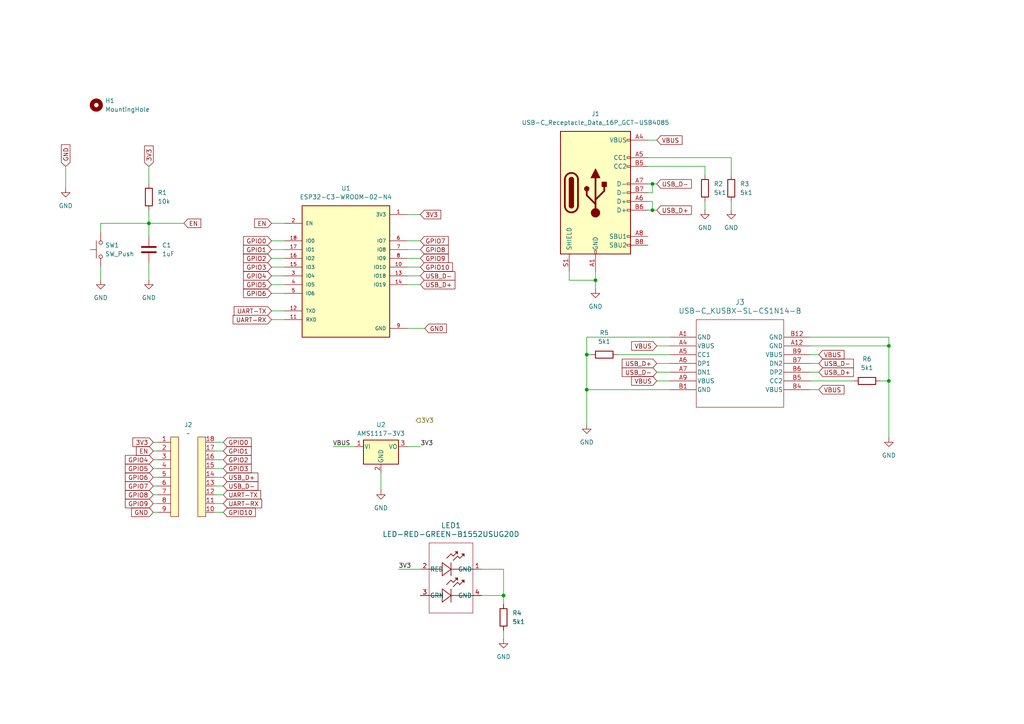
<source format=kicad_sch>
(kicad_sch (version 20231120) (generator "eeschema") (generator_version "8.0")
  (paper "A4")
  (lib_symbols
    (symbol "Alexander Symbol Library:ESP32-C3-WROOM-02-N4" (pin_names (offset 1.016))
      (property "Reference" "U" (at -12.7 21.082 0))
      (property "Value" "ESP32-C3-WROOM-02-N4" (at -13.208 -19.05 0))
      (symbol "ESP32-C3-WROOM-02-N4_0_0"
        (rectangle (start -12.7 20.32) (end 12.7 -17.78) (stroke (width 0.254)) (fill (type background)))
        (pin power_in line (at 17.78 17.78 180) (length 5.08) (name "3V3") (number "1"))
        (pin bidirectional line (at 17.78 2.54 180) (length 5.08) (name "IO10") (number "10"))
        (pin bidirectional line (at -17.78 -12.7 0) (length 5.08) (name "RXD") (number "11"))
        (pin bidirectional line (at -17.78 -10.16 0) (length 5.08) (name "TXD") (number "12"))
        (pin bidirectional line (at 17.78 0 180) (length 5.08) (name "IO18") (number "13"))
        (pin bidirectional line (at 17.78 -2.54 180) (length 5.08) (name "IO19") (number "14"))
        (pin bidirectional line (at -17.78 2.54 0) (length 5.08) (name "IO3") (number "15"))
        (pin bidirectional line (at -17.78 5.08 0) (length 5.08) (name "IO2") (number "16"))
        (pin bidirectional line (at -17.78 7.62 0) (length 5.08) (name "IO1") (number "17"))
        (pin bidirectional line (at -17.78 10.16 0) (length 5.08) (name "IO0") (number "18"))
        (pin power_in line (at 17.78 -15.24 180) (length 5.08) hide (name "GND__1") (number "19"))
        (pin input line (at -17.78 15.24 0) (length 5.08) (name "EN") (number "2"))
        (pin power_in line (at 17.78 -15.24 180) (length 5.08) hide (name "GND__2") (number "20"))
        (pin power_in line (at 17.78 -15.24 180) (length 5.08) hide (name "GND__3") (number "21"))
        (pin power_in line (at 17.78 -15.24 180) (length 5.08) hide (name "GND__4") (number "22"))
        (pin power_in line (at 17.78 -15.24 180) (length 5.08) hide (name "GND__5") (number "23"))
        (pin power_in line (at 17.78 -15.24 180) (length 5.08) hide (name "GND__6") (number "24"))
        (pin power_in line (at 17.78 -15.24 180) (length 5.08) hide (name "GND__7") (number "25"))
        (pin power_in line (at 17.78 -15.24 180) (length 5.08) hide (name "GND__8") (number "26"))
        (pin power_in line (at 17.78 -15.24 180) (length 5.08) hide (name "GND__9") (number "27"))
        (pin power_in line (at 17.78 -15.24 180) (length 5.08) hide (name "GND__10") (number "28"))
        (pin power_in line (at 17.78 -15.24 180) (length 5.08) hide (name "GND__11") (number "29"))
        (pin bidirectional line (at -17.78 0 0) (length 5.08) (name "IO4") (number "3"))
        (pin power_in line (at 17.78 -15.24 180) (length 5.08) hide (name "GND__12") (number "30"))
        (pin power_in line (at 17.78 -15.24 180) (length 5.08) hide (name "GND__13") (number "31"))
        (pin power_in line (at 17.78 -15.24 180) (length 5.08) hide (name "GND__14") (number "32"))
        (pin power_in line (at 17.78 -15.24 180) (length 5.08) hide (name "GND__15") (number "33"))
        (pin power_in line (at 17.78 -15.24 180) (length 5.08) hide (name "GND__16") (number "34"))
        (pin power_in line (at 17.78 -15.24 180) (length 5.08) hide (name "GND__17") (number "35"))
        (pin power_in line (at 17.78 -15.24 180) (length 5.08) hide (name "GND__18") (number "36"))
        (pin power_in line (at 17.78 -15.24 180) (length 5.08) hide (name "GND__19") (number "37"))
        (pin power_in line (at 17.78 -15.24 180) (length 5.08) hide (name "GND__20") (number "38"))
        (pin power_in line (at 17.78 -15.24 180) (length 5.08) hide (name "GND__21") (number "39"))
        (pin bidirectional line (at -17.78 -2.54 0) (length 5.08) (name "IO5") (number "4"))
        (pin bidirectional line (at -17.78 -5.08 0) (length 5.08) (name "IO6") (number "5"))
        (pin bidirectional line (at 17.78 10.16 180) (length 5.08) (name "IO7") (number "6"))
        (pin bidirectional line (at 17.78 7.62 180) (length 5.08) (name "IO8") (number "7"))
        (pin bidirectional line (at 17.78 5.08 180) (length 5.08) (name "IO9") (number "8"))
        (pin power_in line (at 17.78 -15.24 180) (length 5.08) (name "GND") (number "9"))
      )
    )
    (symbol "Alexander Symbol Library:USB-C_Receptacle_Data_16P_GCT-USB4085" (pin_names (offset 1.016))
      (property "Reference" "J" (at 0 22.225 0))
      (property "Value" "USB-C_Receptacle_Data_16P_GCT-USB4085" (at 0 19.685 0))
      (symbol "USB-C_Receptacle_Data_16P_GCT-USB4085_0_0"
        (rectangle (start -0.254 -17.78) (end 0.254 -16.764))
        (rectangle (start 10.16 -14.986) (end 9.144 -15.494))
        (rectangle (start 10.16 -12.446) (end 9.144 -12.954))
        (rectangle (start 10.16 -4.826) (end 9.144 -5.334))
        (rectangle (start 10.16 -2.286) (end 9.144 -2.794))
        (rectangle (start 10.16 0.254) (end 9.144 -0.254))
        (rectangle (start 10.16 2.794) (end 9.144 2.286))
        (rectangle (start 10.16 7.874) (end 9.144 7.366))
        (rectangle (start 10.16 10.414) (end 9.144 9.906))
        (rectangle (start 10.16 15.494) (end 9.144 14.986))
      )
      (symbol "USB-C_Receptacle_Data_16P_GCT-USB4085_0_1"
        (rectangle (start -10.16 17.78) (end 10.16 -17.78) (stroke (width 0.254)) (fill (type background)))
        (arc (start -8.89 -3.81) (mid -6.985 -5.7067) (end -5.08 -3.81) (stroke (width 0.508)))
        (arc (start -7.62 -3.81) (mid -6.985 -4.4423) (end -6.35 -3.81) (stroke (width 0.254)))
        (arc (start -7.62 -3.81) (mid -6.985 -4.4423) (end -6.35 -3.81) (stroke (width 0.254)) (fill (type outline)))
        (rectangle (start -7.62 -3.81) (end -6.35 3.81) (stroke (width 0.254)) (fill (type outline)))
        (arc (start -6.35 3.81) (mid -6.985 4.4423) (end -7.62 3.81) (stroke (width 0.254)))
        (arc (start -6.35 3.81) (mid -6.985 4.4423) (end -7.62 3.81) (stroke (width 0.254)) (fill (type outline)))
        (arc (start -5.08 3.81) (mid -6.985 5.7067) (end -8.89 3.81) (stroke (width 0.508)))
        (circle (center -2.54 1.143) (radius 0.635) (stroke (width 0.254)) (fill (type outline)))
        (circle (center 0 -5.842) (radius 1.27) (fill (type outline)))
        (polyline (pts (xy -8.89 -3.81) (xy -8.89 3.81)) (stroke (width 0.508)))
        (polyline (pts (xy -5.08 3.81) (xy -5.08 -3.81)) (stroke (width 0.508)))
        (polyline (pts (xy 0 -5.842) (xy 0 4.318)) (stroke (width 0.508)))
        (polyline (pts (xy 0 -3.302) (xy -2.54 -0.762) (xy -2.54 0.508)) (stroke (width 0.508)))
        (polyline (pts (xy 0 -2.032) (xy 2.54 0.508) (xy 2.54 1.778)) (stroke (width 0.508)))
        (polyline (pts (xy -1.27 4.318) (xy 0 6.858) (xy 1.27 4.318) (xy -1.27 4.318)) (stroke (width 0.254)) (fill (type outline)))
        (rectangle (start 1.905 1.778) (end 3.175 3.048) (stroke (width 0.254)) (fill (type outline)))
      )
      (symbol "USB-C_Receptacle_Data_16P_GCT-USB4085_1_1"
        (pin power_in line (at 0 -22.86 90) (length 5.08) (name "GND") (number "A1"))
        (pin power_in line (at 0 -22.86 90) (length 5.08) hide (name "GND") (number "A12"))
        (pin power_out line (at 15.24 15.24 180) (length 5.08) (name "VBUS") (number "A4"))
        (pin bidirectional line (at 15.24 10.16 180) (length 5.08) (name "CC1") (number "A5"))
        (pin bidirectional line (at 15.24 -2.54 180) (length 5.08) (name "D+") (number "A6"))
        (pin bidirectional line (at 15.24 2.54 180) (length 5.08) (name "D-") (number "A7"))
        (pin bidirectional line (at 15.24 -12.7 180) (length 5.08) (name "SBU1") (number "A8"))
        (pin power_out line (at 15.24 15.24 180) (length 5.08) hide (name "VBUS") (number "A9"))
        (pin power_in line (at 0 -22.86 90) (length 5.08) hide (name "GND") (number "B1"))
        (pin power_in line (at 0 -22.86 90) (length 5.08) hide (name "GND") (number "B12"))
        (pin power_out line (at 15.24 15.24 180) (length 5.08) hide (name "VBUS") (number "B4"))
        (pin bidirectional line (at 15.24 7.62 180) (length 5.08) (name "CC2") (number "B5"))
        (pin bidirectional line (at 15.24 -5.08 180) (length 5.08) (name "D+") (number "B6"))
        (pin bidirectional line (at 15.24 0 180) (length 5.08) (name "D-") (number "B7"))
        (pin bidirectional line (at 15.24 -15.24 180) (length 5.08) (name "SBU2") (number "B8"))
        (pin passive line (at 15.24 15.24 180) (length 5.08) hide (name "VBUS") (number "B9"))
        (pin power_in line (at -7.62 -22.86 90) (length 5.08) (name "SHIELD") (number "S1"))
        (pin power_in line (at -7.62 -22.86 90) (length 5.08) hide (name "SHIELD") (number "S2"))
        (pin power_in line (at -7.62 -22.86 90) (length 5.08) hide (name "SHIELD") (number "S3"))
        (pin power_in line (at -7.62 -22.86 90) (length 5.08) hide (name "SHIELD") (number "S4"))
      )
    )
    (symbol "Alexander_Library_Symbols:Conn_ESP32-C3-02x09"
      (property "Reference" "J" (at 0 0 0))
      (symbol "Conn_ESP32-C3-02x09_0_1"
        (rectangle (start -5.08 -2.286) (end -2.794 -25.4) (fill (type background)))
        (rectangle (start 2.794 -2.286) (end 5.08 -25.4) (fill (type background)))
      )
      (symbol "Conn_ESP32-C3-02x09_1_0"
        (pin bidirectional line (at 7.62 -24.13 180) (length 2.54) (name "") (number "10"))
        (pin bidirectional line (at 7.62 -21.59 180) (length 2.54) (name "") (number "11"))
        (pin bidirectional line (at 7.62 -19.05 180) (length 2.54) (name "") (number "12"))
        (pin bidirectional line (at 7.62 -16.51 180) (length 2.54) (name "") (number "13"))
        (pin bidirectional line (at 7.62 -13.97 180) (length 2.54) (name "") (number "14"))
        (pin bidirectional line (at 7.62 -11.43 180) (length 2.54) (name "") (number "15"))
        (pin bidirectional line (at 7.62 -8.89 180) (length 2.54) (name "") (number "16"))
        (pin bidirectional line (at 7.62 -6.35 180) (length 2.54) (name "") (number "17"))
        (pin bidirectional line (at 7.62 -3.81 180) (length 2.54) (name "") (number "18"))
      )
      (symbol "Conn_ESP32-C3-02x09_1_1"
        (pin bidirectional line (at -8.89 -3.81 0) (length 3.81) (name "") (number "1"))
        (pin bidirectional line (at -8.89 -6.35 0) (length 3.81) (name "") (number "2"))
        (pin bidirectional line (at -8.89 -8.89 0) (length 3.81) (name "") (number "3"))
        (pin bidirectional line (at -8.89 -11.43 0) (length 3.81) (name "") (number "4"))
        (pin bidirectional line (at -8.89 -13.97 0) (length 3.81) (name "") (number "5"))
        (pin bidirectional line (at -8.89 -16.51 0) (length 3.81) (name "") (number "6"))
        (pin bidirectional line (at -8.89 -19.05 0) (length 3.81) (name "") (number "7"))
        (pin bidirectional line (at -8.89 -21.59 0) (length 3.81) (name "") (number "8"))
        (pin bidirectional line (at -8.89 -24.13 0) (length 3.81) (name "") (number "9"))
      )
    )
    (symbol "Alexander_Library_Symbols:LED-RED-GREEN-B1552USUG20D" (pin_names (offset 0.254))
      (property "Reference" "LED" (at 8.89 20.955 0))
      (property "Value" "LED-RED-GREEN-B1552USUG20D" (at 8.89 17.78 0))
      (symbol "LED-RED-GREEN-B1552USUG20D_0_1"
        (polyline (pts (xy 2.54 -12.7) (xy 15.24 -12.7)) (stroke (width 0.127)))
        (polyline (pts (xy 2.54 -7.62) (xy 6.0198 -7.62)) (stroke (width 0.2032)))
        (polyline (pts (xy 2.54 0) (xy 6.0198 0)) (stroke (width 0.2032)))
        (polyline (pts (xy 2.54 7.62) (xy 2.54 -12.7)) (stroke (width 0.127)))
        (polyline (pts (xy 5.715 -7.62) (xy 6.35 -7.62)) (stroke (width 0.2032)))
        (polyline (pts (xy 5.715 0) (xy 6.35 0)) (stroke (width 0.2032)))
        (polyline (pts (xy 6.35 -9.525) (xy 8.89 -7.62)) (stroke (width 0.2032)))
        (polyline (pts (xy 6.35 -5.715) (xy 6.35 -9.525)) (stroke (width 0.2032)))
        (polyline (pts (xy 6.35 -1.905) (xy 8.89 0)) (stroke (width 0.2032)))
        (polyline (pts (xy 6.35 1.905) (xy 6.35 -1.905)) (stroke (width 0.2032)))
        (polyline (pts (xy 7.62 -4.445) (xy 8.89 -3.175)) (stroke (width 0.2032)))
        (polyline (pts (xy 7.62 3.175) (xy 8.89 4.445)) (stroke (width 0.2032)))
        (polyline (pts (xy 8.89 -9.525) (xy 8.89 -5.715)) (stroke (width 0.2032)))
        (polyline (pts (xy 8.89 -7.62) (xy 6.35 -5.715)) (stroke (width 0.2032)))
        (polyline (pts (xy 8.89 -7.62) (xy 15.24 -7.62)) (stroke (width 0.2032)))
        (polyline (pts (xy 8.89 -3.175) (xy 9.525 -3.81)) (stroke (width 0.2032)))
        (polyline (pts (xy 8.89 -1.905) (xy 8.89 1.905)) (stroke (width 0.2032)))
        (polyline (pts (xy 8.89 0) (xy 6.35 1.905)) (stroke (width 0.2032)))
        (polyline (pts (xy 8.89 0) (xy 15.24 0)) (stroke (width 0.2032)))
        (polyline (pts (xy 8.89 4.445) (xy 9.525 3.81)) (stroke (width 0.2032)))
        (polyline (pts (xy 9.525 -5.08) (xy 10.795 -3.81)) (stroke (width 0.2032)))
        (polyline (pts (xy 9.525 -3.81) (xy 10.795 -2.54)) (stroke (width 0.2032)))
        (polyline (pts (xy 9.525 2.54) (xy 10.795 3.81)) (stroke (width 0.2032)))
        (polyline (pts (xy 9.525 3.81) (xy 10.795 5.08)) (stroke (width 0.2032)))
        (polyline (pts (xy 10.16 -2.54) (xy 10.795 -3.175)) (stroke (width 0.2032)))
        (polyline (pts (xy 10.16 5.08) (xy 10.795 4.445)) (stroke (width 0.2032)))
        (polyline (pts (xy 10.795 -3.81) (xy 11.43 -4.445)) (stroke (width 0.2032)))
        (polyline (pts (xy 10.795 -3.175) (xy 10.795 -2.54)) (stroke (width 0.2032)))
        (polyline (pts (xy 10.795 -2.54) (xy 10.16 -2.54)) (stroke (width 0.2032)))
        (polyline (pts (xy 10.795 3.81) (xy 11.43 3.175)) (stroke (width 0.2032)))
        (polyline (pts (xy 10.795 4.445) (xy 10.795 5.08)) (stroke (width 0.2032)))
        (polyline (pts (xy 10.795 5.08) (xy 10.16 5.08)) (stroke (width 0.2032)))
        (polyline (pts (xy 11.43 -4.445) (xy 12.7 -3.175)) (stroke (width 0.2032)))
        (polyline (pts (xy 11.43 3.175) (xy 12.7 4.445)) (stroke (width 0.2032)))
        (polyline (pts (xy 12.065 -3.175) (xy 12.7 -3.81)) (stroke (width 0.2032)))
        (polyline (pts (xy 12.065 4.445) (xy 12.7 3.81)) (stroke (width 0.2032)))
        (polyline (pts (xy 12.7 -3.81) (xy 12.7 -3.175)) (stroke (width 0.2032)))
        (polyline (pts (xy 12.7 -3.175) (xy 12.065 -3.175)) (stroke (width 0.2032)))
        (polyline (pts (xy 12.7 3.81) (xy 12.7 4.445)) (stroke (width 0.2032)))
        (polyline (pts (xy 12.7 4.445) (xy 12.065 4.445)) (stroke (width 0.2032)))
        (polyline (pts (xy 15.24 -12.7) (xy 15.24 7.62)) (stroke (width 0.127)))
        (polyline (pts (xy 15.24 7.62) (xy 2.54 7.62)) (stroke (width 0.127)))
        (pin power_in line (at 17.78 0 180) (length 2.54) (name "GND") (number "1"))
        (pin power_out line (at 0 0 0) (length 2.54) (name "RED") (number "2"))
        (pin power_in line (at 0 -7.62 0) (length 2.54) (name "GRN") (number "3"))
        (pin power_out line (at 17.78 -7.62 180) (length 2.54) (name "GND") (number "4"))
      )
    )
    (symbol "Alexander_Library_Symbols:USB-C_KUSBX-SL-CS1N14-B" (pin_names (offset 0.254))
      (property "Reference" "J" (at 20.32 10.16 0))
      (property "Value" "USB-C_KUSBX-SL-CS1N14-B" (at 20.32 7.62 0))
      (symbol "USB-C_KUSBX-SL-CS1N14-B_0_1"
        (polyline (pts (xy 7.62 -20.32) (xy 33.02 -20.32)) (stroke (width 0.127)))
        (polyline (pts (xy 7.62 5.08) (xy 7.62 -20.32)) (stroke (width 0.127)))
        (polyline (pts (xy 33.02 -20.32) (xy 33.02 5.08)) (stroke (width 0.127)))
        (polyline (pts (xy 33.02 5.08) (xy 7.62 5.08)) (stroke (width 0.127)))
        (pin power_out line (at 0 0 0) (length 7.62) (name "GND") (number "A1"))
        (pin power_out line (at 40.64 -2.54 180) (length 7.62) (name "GND") (number "A12"))
        (pin power_in line (at 0 -2.54 0) (length 7.62) (name "VBUS") (number "A4"))
        (pin bidirectional line (at 0 -5.08 0) (length 7.62) (name "CC1") (number "A5"))
        (pin bidirectional line (at 0 -7.62 0) (length 7.62) (name "DP1") (number "A6"))
        (pin bidirectional line (at 0 -10.16 0) (length 7.62) (name "DN1") (number "A7"))
        (pin power_in line (at 0 -12.7 0) (length 7.62) (name "VBUS") (number "A9"))
        (pin power_out line (at 0 -15.24 0) (length 7.62) (name "GND") (number "B1"))
        (pin power_out line (at 40.64 0 180) (length 7.62) (name "GND") (number "B12"))
        (pin power_in line (at 40.64 -15.24 180) (length 7.62) (name "VBUS") (number "B4"))
        (pin bidirectional line (at 40.64 -12.7 180) (length 7.62) (name "CC2") (number "B5"))
        (pin bidirectional line (at 40.64 -10.16 180) (length 7.62) (name "DP2") (number "B6"))
        (pin bidirectional line (at 40.64 -7.62 180) (length 7.62) (name "DN2") (number "B7"))
        (pin power_in line (at 40.64 -5.08 180) (length 7.62) (name "VBUS") (number "B9"))
      )
    )
    (symbol "Device:C" (pin_numbers hide) (pin_names (offset 0.254))
      (property "Reference" "C" (at 0.635 2.54 0))
      (property "Value" "C" (at 0.635 -2.54 0))
      (symbol "C_0_1"
        (polyline (pts (xy -2.032 -0.762) (xy 2.032 -0.762)) (stroke (width 0.508)))
        (polyline (pts (xy -2.032 0.762) (xy 2.032 0.762)) (stroke (width 0.508)))
      )
      (symbol "C_1_1"
        (pin passive line (at 0 3.81 270) (length 2.794) (name "~") (number "1"))
        (pin passive line (at 0 -3.81 90) (length 2.794) (name "~") (number "2"))
      )
    )
    (symbol "Device:R" (pin_numbers hide) (pin_names (offset 0))
      (property "Reference" "R" (at 2.032 0 90))
      (property "Value" "R" (at 0 0 90))
      (symbol "R_0_1"
        (rectangle (start -1.016 -2.54) (end 1.016 2.54) (stroke (width 0.254)))
      )
      (symbol "R_1_1"
        (pin passive line (at 0 3.81 270) (length 1.27) (name "~") (number "1"))
        (pin passive line (at 0 -3.81 90) (length 1.27) (name "~") (number "2"))
      )
    )
    (symbol "Mechanical:MountingHole" (pin_names (offset 1.016))
      (property "Reference" "H" (at 0 5.08 0))
      (property "Value" "MountingHole" (at 0 3.175 0))
      (symbol "MountingHole_0_1"
        (circle (center 0 0) (radius 1.27) (stroke (width 1.27)))
      )
    )
    (symbol "Regulator_Linear:LM78M05_TO220" (pin_names (offset 0.254))
      (property "Reference" "U" (at -3.81 3.175 0))
      (property "Value" "LM78M05_TO220" (at 0 3.175 0))
      (symbol "LM78M05_TO220_0_1"
        (rectangle (start -5.08 1.905) (end 5.08 -5.08) (stroke (width 0.254)) (fill (type background)))
      )
      (symbol "LM78M05_TO220_1_1"
        (pin power_in line (at -7.62 0 0) (length 2.54) (name "VI") (number "1"))
        (pin power_in line (at 0 -7.62 90) (length 2.54) (name "GND") (number "2"))
        (pin power_out line (at 7.62 0 180) (length 2.54) (name "VO") (number "3"))
      )
    )
    (symbol "Switch:SW_Push" (pin_numbers hide) (pin_names (offset 1.016) hide)
      (property "Reference" "SW" (at 1.27 2.54 0))
      (property "Value" "SW_Push" (at 0 -1.524 0))
      (symbol "SW_Push_0_1"
        (circle (center -2.032 0) (radius 0.508))
        (polyline (pts (xy 0 1.27) (xy 0 3.048)))
        (polyline (pts (xy 2.54 1.27) (xy -2.54 1.27)))
        (circle (center 2.032 0) (radius 0.508))
        (pin passive line (at -5.08 0 0) (length 2.54) (name "1") (number "1"))
        (pin passive line (at 5.08 0 180) (length 2.54) (name "2") (number "2"))
      )
    )
    (symbol "power:GND" (power) (pin_numbers hide) (pin_names (offset 0) hide)
      (property "Value" "GND" (at 0 -3.81 0))
      (symbol "GND_0_1"
        (polyline (pts (xy 0 0) (xy 0 -1.27) (xy 1.27 -1.27) (xy 0 -2.54) (xy -1.27 -1.27) (xy 0 -1.27)))
      )
      (symbol "GND_1_1"
        (pin power_in line (at 0 0 270) (length 0) (name "~") (number "1"))
      )
    )
  )
  (junction (at 146.05 172.72))
  (junction (at 257.81 110.49))
  (junction (at 170.18 102.87))
  (junction (at 172.72 81.28))
  (junction (at 43.18 64.77))
  (junction (at 189.23 60.96))
  (junction (at 257.81 100.33))
  (junction (at 170.18 113.03))
  (junction (at 189.23 53.34))
  (wire (pts (xy 255.27 110.49) (xy 257.81 110.49)))
  (wire (pts (xy 62.23 146.05) (xy 64.77 146.05)))
  (wire (pts (xy 44.45 128.27) (xy 45.72 128.27)))
  (wire (pts (xy 44.45 138.43) (xy 45.72 138.43)))
  (wire (pts (xy 110.49 137.16) (xy 110.49 142.24)))
  (wire (pts (xy 139.7 165.1) (xy 146.05 165.1)))
  (wire (pts (xy 29.21 67.31) (xy 29.21 64.77)))
  (wire (pts (xy 62.23 138.43) (xy 64.77 138.43)))
  (wire (pts (xy 44.45 130.81) (xy 45.72 130.81)))
  (wire (pts (xy 165.1 78.74) (xy 165.1 81.28)))
  (wire (pts (xy 118.11 77.47) (xy 121.92 77.47)))
  (wire (pts (xy 78.74 80.01) (xy 82.55 80.01)))
  (wire (pts (xy 62.23 128.27) (xy 64.77 128.27)))
  (wire (pts (xy 187.96 53.34) (xy 189.23 53.34)))
  (wire (pts (xy 187.96 58.42) (xy 189.23 58.42)))
  (wire (pts (xy 78.74 72.39) (xy 82.55 72.39)))
  (wire (pts (xy 234.95 97.79) (xy 257.81 97.79)))
  (wire (pts (xy 204.47 58.42) (xy 204.47 60.96)))
  (wire (pts (xy 146.05 165.1) (xy 146.05 172.72)))
  (wire (pts (xy 204.47 48.26) (xy 204.47 50.8)))
  (wire (pts (xy 257.81 97.79) (xy 257.81 100.33)))
  (wire (pts (xy 170.18 102.87) (xy 171.45 102.87)))
  (wire (pts (xy 78.74 85.09) (xy 82.55 85.09)))
  (wire (pts (xy 170.18 102.87) (xy 170.18 97.79)))
  (wire (pts (xy 170.18 113.03) (xy 170.18 102.87)))
  (wire (pts (xy 19.05 48.26) (xy 19.05 54.61)))
  (wire (pts (xy 146.05 182.88) (xy 146.05 185.42)))
  (wire (pts (xy 212.09 58.42) (xy 212.09 60.96)))
  (wire (pts (xy 62.23 133.35) (xy 64.77 133.35)))
  (wire (pts (xy 96.52 129.54) (xy 102.87 129.54)))
  (wire (pts (xy 78.74 69.85) (xy 82.55 69.85)))
  (wire (pts (xy 189.23 53.34) (xy 190.5 53.34)))
  (wire (pts (xy 44.45 148.59) (xy 45.72 148.59)))
  (wire (pts (xy 43.18 64.77) (xy 43.18 60.96)))
  (wire (pts (xy 78.74 82.55) (xy 82.55 82.55)))
  (wire (pts (xy 212.09 45.72) (xy 212.09 50.8)))
  (wire (pts (xy 234.95 107.95) (xy 237.49 107.95)))
  (wire (pts (xy 234.95 113.03) (xy 237.49 113.03)))
  (wire (pts (xy 78.74 90.17) (xy 82.55 90.17)))
  (wire (pts (xy 234.95 105.41) (xy 237.49 105.41)))
  (wire (pts (xy 187.96 40.64) (xy 190.5 40.64)))
  (wire (pts (xy 43.18 48.26) (xy 43.18 53.34)))
  (wire (pts (xy 190.5 107.95) (xy 194.31 107.95)))
  (wire (pts (xy 118.11 82.55) (xy 121.92 82.55)))
  (wire (pts (xy 187.96 55.88) (xy 189.23 55.88)))
  (wire (pts (xy 172.72 81.28) (xy 172.72 83.82)))
  (wire (pts (xy 43.18 64.77) (xy 53.34 64.77)))
  (wire (pts (xy 187.96 60.96) (xy 189.23 60.96)))
  (wire (pts (xy 146.05 172.72) (xy 146.05 175.26)))
  (wire (pts (xy 190.5 100.33) (xy 194.31 100.33)))
  (wire (pts (xy 118.11 62.23) (xy 121.92 62.23)))
  (wire (pts (xy 190.5 105.41) (xy 194.31 105.41)))
  (wire (pts (xy 257.81 110.49) (xy 257.81 127)))
  (wire (pts (xy 187.96 45.72) (xy 212.09 45.72)))
  (wire (pts (xy 118.11 69.85) (xy 121.92 69.85)))
  (wire (pts (xy 189.23 58.42) (xy 189.23 60.96)))
  (wire (pts (xy 118.11 95.25) (xy 123.19 95.25)))
  (wire (pts (xy 29.21 64.77) (xy 43.18 64.77)))
  (wire (pts (xy 257.81 100.33) (xy 257.81 110.49)))
  (wire (pts (xy 44.45 133.35) (xy 45.72 133.35)))
  (wire (pts (xy 179.07 102.87) (xy 194.31 102.87)))
  (wire (pts (xy 62.23 135.89) (xy 64.77 135.89)))
  (wire (pts (xy 44.45 143.51) (xy 45.72 143.51)))
  (wire (pts (xy 118.11 72.39) (xy 121.92 72.39)))
  (wire (pts (xy 234.95 110.49) (xy 247.65 110.49)))
  (wire (pts (xy 234.95 102.87) (xy 237.49 102.87)))
  (wire (pts (xy 118.11 74.93) (xy 121.92 74.93)))
  (wire (pts (xy 190.5 110.49) (xy 194.31 110.49)))
  (wire (pts (xy 29.21 77.47) (xy 29.21 81.28)))
  (wire (pts (xy 170.18 123.19) (xy 170.18 113.03)))
  (wire (pts (xy 44.45 146.05) (xy 45.72 146.05)))
  (wire (pts (xy 78.74 74.93) (xy 82.55 74.93)))
  (wire (pts (xy 78.74 77.47) (xy 82.55 77.47)))
  (wire (pts (xy 62.23 148.59) (xy 64.77 148.59)))
  (wire (pts (xy 187.96 48.26) (xy 204.47 48.26)))
  (wire (pts (xy 118.11 129.54) (xy 121.92 129.54)))
  (wire (pts (xy 44.45 135.89) (xy 45.72 135.89)))
  (wire (pts (xy 44.45 140.97) (xy 45.72 140.97)))
  (wire (pts (xy 165.1 81.28) (xy 172.72 81.28)))
  (wire (pts (xy 62.23 140.97) (xy 64.77 140.97)))
  (wire (pts (xy 62.23 143.51) (xy 64.77 143.51)))
  (wire (pts (xy 118.11 80.01) (xy 121.92 80.01)))
  (wire (pts (xy 43.18 76.2) (xy 43.18 81.28)))
  (wire (pts (xy 139.7 172.72) (xy 146.05 172.72)))
  (wire (pts (xy 189.23 55.88) (xy 189.23 53.34)))
  (wire (pts (xy 43.18 64.77) (xy 43.18 68.58)))
  (wire (pts (xy 78.74 92.71) (xy 82.55 92.71)))
  (wire (pts (xy 115.57 165.1) (xy 121.92 165.1)))
  (wire (pts (xy 62.23 130.81) (xy 64.77 130.81)))
  (wire (pts (xy 189.23 60.96) (xy 190.5 60.96)))
  (wire (pts (xy 172.72 78.74) (xy 172.72 81.28)))
  (wire (pts (xy 78.74 64.77) (xy 82.55 64.77)))
  (wire (pts (xy 170.18 97.79) (xy 194.31 97.79)))
  (wire (pts (xy 234.95 100.33) (xy 257.81 100.33)))
  (wire (pts (xy 170.18 113.03) (xy 194.31 113.03)))
  (label "3V3" (at 115.57 165.1 0))
  (label "VBUS" (at 96.52 129.54 0))
  (label "3V3" (at 121.92 129.54 0))
  (global_label "USB_D-" (shape input) (at 64.77 140.97 0) (property "Intersheetrefs" "${INTERSHEET_REFS}" (effects (hide yes))))
  (global_label "VBUS" (shape input) (at 190.5 100.33 180) (property "Intersheetrefs" "${INTERSHEET_REFS}" (effects (hide yes))))
  (global_label "VBUS" (shape input) (at 190.5 110.49 180) (property "Intersheetrefs" "${INTERSHEET_REFS}" (effects (hide yes))))
  (global_label "GPIO0" (shape input) (at 64.77 128.27 0) (property "Intersheetrefs" "${INTERSHEET_REFS}" (effects (hide yes))))
  (global_label "GPIO8" (shape input) (at 44.45 143.51 180) (property "Intersheetrefs" "${INTERSHEET_REFS}" (effects (hide yes))))
  (global_label "GPIO6" (shape input) (at 44.45 138.43 180) (property "Intersheetrefs" "${INTERSHEET_REFS}" (effects (hide yes))))
  (global_label "GPIO9" (shape input) (at 121.92 74.93 0) (property "Intersheetrefs" "${INTERSHEET_REFS}" (effects (hide yes))))
  (global_label "GPIO2" (shape input) (at 78.74 74.93 180) (property "Intersheetrefs" "${INTERSHEET_REFS}" (effects (hide yes))))
  (global_label "USB_D-" (shape input) (at 190.5 107.95 180) (property "Intersheetrefs" "${INTERSHEET_REFS}" (effects (hide yes))))
  (global_label "EN" (shape input) (at 78.74 64.77 180) (property "Intersheetrefs" "${INTERSHEET_REFS}" (effects (hide yes))))
  (global_label "GPIO0" (shape input) (at 78.74 69.85 180) (property "Intersheetrefs" "${INTERSHEET_REFS}" (effects (hide yes))))
  (global_label "3V3" (shape input) (at 44.45 128.27 180) (property "Intersheetrefs" "${INTERSHEET_REFS}" (effects (hide yes))))
  (global_label "USB_D-" (shape input) (at 190.5 53.34 0) (property "Intersheetrefs" "${INTERSHEET_REFS}" (effects (hide yes))))
  (global_label "3V3" (shape input) (at 43.18 48.26 90) (property "Intersheetrefs" "${INTERSHEET_REFS}" (effects (hide yes))))
  (global_label "GND" (shape input) (at 123.19 95.25 0) (property "Intersheetrefs" "${INTERSHEET_REFS}" (effects (hide yes))))
  (global_label "USB_D-" (shape input) (at 237.49 105.41 0) (property "Intersheetrefs" "${INTERSHEET_REFS}" (effects (hide yes))))
  (global_label "VBUS" (shape input) (at 237.49 102.87 0) (property "Intersheetrefs" "${INTERSHEET_REFS}" (effects (hide yes))))
  (global_label "EN" (shape input) (at 44.45 130.81 180) (property "Intersheetrefs" "${INTERSHEET_REFS}" (effects (hide yes))))
  (global_label "USB_D+" (shape input) (at 64.77 138.43 0) (property "Intersheetrefs" "${INTERSHEET_REFS}" (effects (hide yes))))
  (global_label "GPIO8" (shape input) (at 121.92 72.39 0) (property "Intersheetrefs" "${INTERSHEET_REFS}" (effects (hide yes))))
  (global_label "VBUS" (shape input) (at 237.49 113.03 0) (property "Intersheetrefs" "${INTERSHEET_REFS}" (effects (hide yes))))
  (global_label "GPIO10" (shape input) (at 121.92 77.47 0) (property "Intersheetrefs" "${INTERSHEET_REFS}" (effects (hide yes))))
  (global_label "GPIO9" (shape input) (at 44.45 146.05 180) (property "Intersheetrefs" "${INTERSHEET_REFS}" (effects (hide yes))))
  (global_label "GPIO1" (shape input) (at 78.74 72.39 180) (property "Intersheetrefs" "${INTERSHEET_REFS}" (effects (hide yes))))
  (global_label "GPIO7" (shape input) (at 44.45 140.97 180) (property "Intersheetrefs" "${INTERSHEET_REFS}" (effects (hide yes))))
  (global_label "USB_D+" (shape input) (at 190.5 60.96 0) (property "Intersheetrefs" "${INTERSHEET_REFS}" (effects (hide yes))))
  (global_label "GPIO4" (shape input) (at 78.74 80.01 180) (property "Intersheetrefs" "${INTERSHEET_REFS}" (effects (hide yes))))
  (global_label "GPIO3" (shape input) (at 78.74 77.47 180) (property "Intersheetrefs" "${INTERSHEET_REFS}" (effects (hide yes))))
  (global_label "GPIO10" (shape input) (at 64.77 148.59 0) (property "Intersheetrefs" "${INTERSHEET_REFS}" (effects (hide yes))))
  (global_label "EN" (shape input) (at 53.34 64.77 0) (property "Intersheetrefs" "${INTERSHEET_REFS}" (effects (hide yes))))
  (global_label "USB_D+" (shape input) (at 121.92 82.55 0) (property "Intersheetrefs" "${INTERSHEET_REFS}" (effects (hide yes))))
  (global_label "GPIO5" (shape input) (at 44.45 135.89 180) (property "Intersheetrefs" "${INTERSHEET_REFS}" (effects (hide yes))))
  (global_label "UART-RX" (shape input) (at 78.74 92.71 180) (property "Intersheetrefs" "${INTERSHEET_REFS}" (effects (hide yes))))
  (global_label "UART-TX" (shape input) (at 78.74 90.17 180) (property "Intersheetrefs" "${INTERSHEET_REFS}" (effects (hide yes))))
  (global_label "UART-RX" (shape input) (at 64.77 146.05 0) (property "Intersheetrefs" "${INTERSHEET_REFS}" (effects (hide yes))))
  (global_label "USB_D+" (shape input) (at 237.49 107.95 0) (property "Intersheetrefs" "${INTERSHEET_REFS}" (effects (hide yes))))
  (global_label "GPIO5" (shape input) (at 78.74 82.55 180) (property "Intersheetrefs" "${INTERSHEET_REFS}" (effects (hide yes))))
  (global_label "USB_D-" (shape input) (at 121.92 80.01 0) (property "Intersheetrefs" "${INTERSHEET_REFS}" (effects (hide yes))))
  (global_label "USB_D+" (shape input) (at 190.5 105.41 180) (property "Intersheetrefs" "${INTERSHEET_REFS}" (effects (hide yes))))
  (global_label "GND" (shape input) (at 19.05 48.26 90) (property "Intersheetrefs" "${INTERSHEET_REFS}" (effects (hide yes))))
  (global_label "GPIO1" (shape input) (at 64.77 130.81 0) (property "Intersheetrefs" "${INTERSHEET_REFS}" (effects (hide yes))))
  (global_label "GPIO6" (shape input) (at 78.74 85.09 180) (property "Intersheetrefs" "${INTERSHEET_REFS}" (effects (hide yes))))
  (global_label "GPIO3" (shape input) (at 64.77 135.89 0) (property "Intersheetrefs" "${INTERSHEET_REFS}" (effects (hide yes))))
  (global_label "GPIO4" (shape input) (at 44.45 133.35 180) (property "Intersheetrefs" "${INTERSHEET_REFS}" (effects (hide yes))))
  (global_label "VBUS" (shape input) (at 190.5 40.64 0) (property "Intersheetrefs" "${INTERSHEET_REFS}" (effects (hide yes))))
  (global_label "GND" (shape input) (at 44.45 148.59 180) (property "Intersheetrefs" "${INTERSHEET_REFS}" (effects (hide yes))))
  (global_label "GPIO2" (shape input) (at 64.77 133.35 0) (property "Intersheetrefs" "${INTERSHEET_REFS}" (effects (hide yes))))
  (global_label "GPIO7" (shape input) (at 121.92 69.85 0) (property "Intersheetrefs" "${INTERSHEET_REFS}" (effects (hide yes))))
  (global_label "3V3" (shape input) (at 121.92 62.23 0) (property "Intersheetrefs" "${INTERSHEET_REFS}" (effects (hide yes))))
  (global_label "UART-TX" (shape input) (at 64.77 143.51 0) (property "Intersheetrefs" "${INTERSHEET_REFS}" (effects (hide yes))))
  (hierarchical_label "3V3" (shape input) (at 120.65 121.92 0))
  (symbol (lib_id "Alexander_Library_Symbols:Conn_ESP32-C3-02x09") (at 54.61 124.46 0) (unit 1)
    (property "Reference" "J2" (at 54.61 123.19 0))
    (property "Value" "~" (at 54.61 125.73 0))
    (property "Footprint" "Alexander Footprint Library:Conn_ESP32-C3-WROOM-02" (effects (hide yes)))
  )
  (symbol (lib_id "Device:R") (at 43.18 57.15 0) (unit 1)
    (property "Reference" "R1" (at 45.72 55.8799 0) (effects (justify left)))
    (property "Value" "10k" (at 45.72 58.4199 0) (effects (justify left)))
    (property "Footprint" "Resistor_SMD:R_1206_3216Metric_Pad1.30x1.75mm_HandSolder" (effects (hide yes)))
    (property "Description" "Resistor" (effects (hide yes)))
  )
  (symbol (lib_id "Device:R") (at 251.46 110.49 270) (unit 1)
    (property "Reference" "R6" (at 251.46 104.14 90))
    (property "Value" "5k1" (at 251.46 106.68 90))
    (property "Footprint" "Resistor_SMD:R_1206_3216Metric_Pad1.30x1.75mm_HandSolder" (effects (hide yes)))
    (property "Description" "Resistor" (effects (hide yes)))
  )
  (symbol (lib_id "Device:R") (at 175.26 102.87 270) (unit 1)
    (property "Reference" "R5" (at 175.26 96.52 90))
    (property "Value" "5k1" (at 175.26 99.06 90))
    (property "Footprint" "Resistor_SMD:R_1206_3216Metric_Pad1.30x1.75mm_HandSolder" (effects (hide yes)))
    (property "Description" "Resistor" (effects (hide yes)))
  )
  (symbol (lib_id "Device:R") (at 204.47 54.61 180) (unit 1) (on_board no)
    (property "Reference" "R2" (at 207.01 53.3399 0) (effects (justify right)))
    (property "Value" "5k1" (at 207.01 55.8799 0) (effects (justify right)))
    (property "Footprint" "Resistor_SMD:R_1206_3216Metric_Pad1.30x1.75mm_HandSolder" (effects (hide yes)))
    (property "Description" "Resistor" (effects (hide yes)))
  )
  (symbol (lib_id "power:GND") (at 29.21 81.28 0) (unit 1)
    (property "Reference" "#PWR08" (effects (hide yes)))
    (property "Value" "GND" (at 29.21 86.36 0))
    (property "Description" "Power symbol creates a global label with name \"GND\" , ground" (effects (hide yes)))
  )
  (symbol (lib_id "Alexander Symbol Library:ESP32-C3-WROOM-02-N4") (at 100.33 80.01 0) (unit 1)
    (property "Reference" "U1" (at 100.33 54.61 0))
    (property "Value" "ESP32-C3-WROOM-02-N4" (at 100.33 57.15 0))
    (property "Footprint" "Alexander Footprint Library:ESP32-C3-WROOM-02-H4" (effects (hide yes)))
    (property "MP" "ESP32-C3-WROOM-02-H4" (effects (hide yes)))
  )
  (symbol (lib_id "power:GND") (at 43.18 81.28 0) (unit 1)
    (property "Reference" "#PWR07" (effects (hide yes)))
    (property "Value" "GND" (at 43.18 86.36 0))
    (property "Description" "Power symbol creates a global label with name \"GND\" , ground" (effects (hide yes)))
  )
  (symbol (lib_id "Device:R") (at 146.05 179.07 180) (unit 1)
    (property "Reference" "R4" (at 148.59 177.7999 0) (effects (justify right)))
    (property "Value" "5k1" (at 148.59 180.3399 0) (effects (justify right)))
    (property "Footprint" "Resistor_SMD:R_1206_3216Metric_Pad1.30x1.75mm_HandSolder" (effects (hide yes)))
    (property "Description" "Resistor" (effects (hide yes)))
  )
  (symbol (lib_id "Regulator_Linear:LM78M05_TO220") (at 110.49 129.54 0) (unit 1)
    (property "Reference" "U2" (at 110.49 123.19 0))
    (property "Value" "AMS1117-3V3" (at 110.49 125.73 0))
    (property "Footprint" "Package_TO_SOT_SMD:SOT-223-3_TabPin2" (effects (hide yes)))
    (property "Datasheet" "https://www.onsemi.com/pub/Collateral/MC78M00-D.PDF" (effects (hide yes)))
  )
  (symbol (lib_id "power:GND") (at 172.72 83.82 0) (unit 1)
    (property "Reference" "#PWR04" (effects (hide yes)))
    (property "Value" "GND" (at 172.72 88.9 0))
    (property "Description" "Power symbol creates a global label with name \"GND\" , ground" (effects (hide yes)))
  )
  (symbol (lib_id "Switch:SW_Push") (at 29.21 72.39 90) (unit 1)
    (property "Reference" "SW1" (at 30.48 71.1199 90) (effects (justify right)))
    (property "Value" "SW_Push" (at 30.48 73.6599 90) (effects (justify right)))
    (property "Footprint" "Alexander Footprint Library:SW_SPST_6x3" (effects (hide yes)))
    (property "Description" "Push button switch, generic, two pins" (effects (hide yes)))
  )
  (symbol (lib_id "power:GND") (at 19.05 54.61 0) (unit 1)
    (property "Reference" "#PWR01" (effects (hide yes)))
    (property "Value" "GND" (at 19.05 59.69 0))
    (property "Description" "Power symbol creates a global label with name \"GND\" , ground" (effects (hide yes)))
  )
  (symbol (lib_id "Alexander_Library_Symbols:USB-C_KUSBX-SL-CS1N14-B") (at 194.31 97.79 0) (unit 1)
    (property "Reference" "J3" (at 214.63 87.63 0) (effects (font (size 1.524 1.524))))
    (property "Value" "USB-C_KUSBX-SL-CS1N14-B" (at 214.63 90.17 0) (effects (font (size 1.524 1.524))))
    (property "Footprint" "Alexander Footprint Library:USB-C_KUSBX-SL-CS1N14-B_KYC" (effects (hide yes)))
    (property "Datasheet" "KUSBX-SL-CS1N14-B" (effects (hide yes)))
  )
  (symbol (lib_id "power:GND") (at 212.09 60.96 0) (unit 1)
    (property "Reference" "#PWR06" (effects (hide yes)))
    (property "Value" "GND" (at 212.09 66.04 0))
    (property "Description" "Power symbol creates a global label with name \"GND\" , ground" (effects (hide yes)))
  )
  (symbol (lib_id "power:GND") (at 204.47 60.96 0) (unit 1)
    (property "Reference" "#PWR05" (effects (hide yes)))
    (property "Value" "GND" (at 204.47 66.04 0))
    (property "Description" "Power symbol creates a global label with name \"GND\" , ground" (effects (hide yes)))
  )
  (symbol (lib_id "Alexander_Library_Symbols:LED-RED-GREEN-B1552USUG20D") (at 121.92 165.1 0) (unit 1)
    (property "Reference" "LED1" (at 130.81 152.4 0) (effects (font (size 1.524 1.524))))
    (property "Value" "LED-RED-GREEN-B1552USUG20D" (at 130.81 154.94 0) (effects (font (size 1.524 1.524))))
    (property "Footprint" "Alexander Footprint Library:B1552_HVK-M" (effects (hide yes)))
    (property "Datasheet" "B1552USUG20D000113U1930" (effects (hide yes)))
  )
  (symbol (lib_id "Alexander Symbol Library:USB-C_Receptacle_Data_16P_GCT-USB4085") (at 172.72 55.88 0) (unit 1) (on_board no)
    (property "Reference" "J1" (at 172.72 33.02 0))
    (property "Value" "USB-C_Receptacle_Data_16P_GCT-USB4085" (at 172.72 35.56 0))
    (property "Footprint" "Alexander Footprint Library:USB-C GCT CONN16_USB4085-GF-A" (effects (hide yes)))
  )
  (symbol (lib_id "power:GND") (at 110.49 142.24 0) (unit 1)
    (property "Reference" "#PWR02" (effects (hide yes)))
    (property "Value" "GND" (at 110.49 147.32 0))
    (property "Description" "Power symbol creates a global label with name \"GND\" , ground" (effects (hide yes)))
  )
  (symbol (lib_id "power:GND") (at 146.05 185.42 0) (unit 1)
    (property "Reference" "#PWR03" (effects (hide yes)))
    (property "Value" "GND" (at 146.05 190.5 0))
    (property "Description" "Power symbol creates a global label with name \"GND\" , ground" (effects (hide yes)))
  )
  (symbol (lib_id "Device:R") (at 212.09 54.61 180) (unit 1) (on_board no)
    (property "Reference" "R3" (at 214.63 53.3399 0) (effects (justify right)))
    (property "Value" "5k1" (at 214.63 55.8799 0) (effects (justify right)))
    (property "Footprint" "Resistor_SMD:R_1206_3216Metric_Pad1.30x1.75mm_HandSolder" (effects (hide yes)))
    (property "Description" "Resistor" (effects (hide yes)))
  )
  (symbol (lib_id "Device:C") (at 43.18 72.39 0) (unit 1) (on_board no)
    (property "Reference" "C1" (at 46.99 71.1199 0) (effects (justify left)))
    (property "Value" "1uF" (at 46.99 73.6599 0) (effects (justify left)))
    (property "Footprint" "Resistor_SMD:R_0612_1632Metric_Pad1.18x3.40mm_HandSolder" (effects (hide yes)))
    (property "Description" "Unpolarized capacitor" (effects (hide yes)))
  )
  (symbol (lib_id "Mechanical:MountingHole") (at 27.94 30.48 0) (unit 1)
    (property "Reference" "H1" (at 30.48 29.2099 0) (effects (justify left)))
    (property "Value" "MountingHole" (at 30.48 31.7499 0) (effects (justify left)))
    (property "Description" "Mounting Hole without connection" (effects (hide yes)))
  )
  (symbol (lib_id "power:GND") (at 257.81 127 0) (unit 1)
    (property "Reference" "#PWR010" (effects (hide yes)))
    (property "Value" "GND" (at 257.81 132.08 0))
    (property "Description" "Power symbol creates a global label with name \"GND\" , ground" (effects (hide yes)))
  )
  (symbol (lib_id "power:GND") (at 170.18 123.19 0) (unit 1)
    (property "Reference" "#PWR09" (effects (hide yes)))
    (property "Value" "GND" (at 170.18 128.27 0))
    (property "Description" "Power symbol creates a global label with name \"GND\" , ground" (effects (hide yes)))
  )
)
</source>
